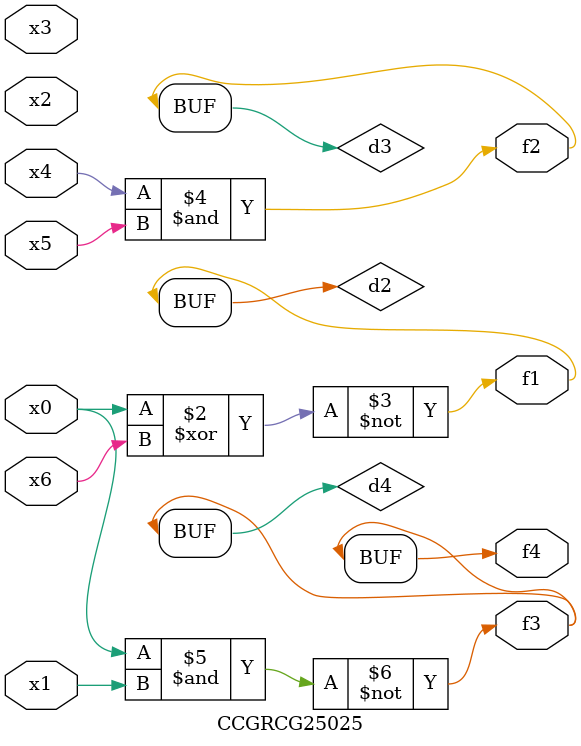
<source format=v>
module CCGRCG25025(
	input x0, x1, x2, x3, x4, x5, x6,
	output f1, f2, f3, f4
);

	wire d1, d2, d3, d4;

	nor (d1, x0);
	xnor (d2, x0, x6);
	and (d3, x4, x5);
	nand (d4, x0, x1);
	assign f1 = d2;
	assign f2 = d3;
	assign f3 = d4;
	assign f4 = d4;
endmodule

</source>
